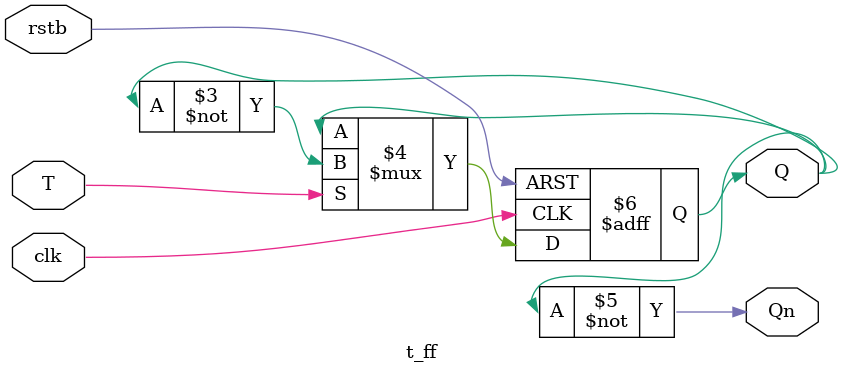
<source format=v>
module q_6_24_str (
    input rstb, clk,
    output [2:0] count
);
    wire [2:0] T_in;
    wire [2:0] countb;

    //assign T_in[0] = (countb[2] & countb[0]) | (count[2] & count[0]);
    assign T_in[0] = (countb[2] & & countb[1] & countb[0]) | (count[2] & count[1] & count[0]);
    assign T_in[1] = count[1] ^ count[0];
    assign T_in[2] = count[2] ^ count[1];

    t_ff #(.RESET_VALUE(1'b0)) tff_0 (
        .rstb (rstb),
        .clk (clk),
        .T (T_in[0]),
        .Q (count[0]),
        .Qn (countb[0])
    );

    t_ff #(.RESET_VALUE(1'b1)) tff_1 (
        .rstb (rstb),
        .clk (clk),
        .T (T_in[1]),
        .Q (count[1]),
        .Qn (countb[1])
    );

    t_ff #(.RESET_VALUE(1'b0)) tff_2 (
        .rstb (rstb),
        .clk (clk),
        .T (T_in[2]),
        .Q (count[2]),
        .Qn (countb[2])
    );
endmodule

module t_ff
#(
    parameter RESET_VALUE = 1'b0
)
(
    input rstb, clk, T,
    output reg Q,
    output Qn
);
    always @ (posedge clk, negedge rstb)
    begin
        if (!rstb)
        begin
            Q <= RESET_VALUE;
        end
        else
        begin
            Q <= T ? ~Q : Q;
        end
    end

    assign Qn = ~Q;
endmodule

</source>
